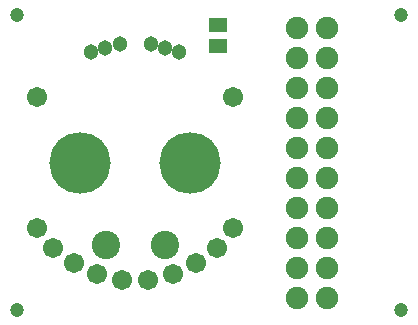
<source format=gbs>
%FSLAX25Y25*%
%MOIN*%
G70*
G01*
G75*
G04 Layer_Color=16711935*
%ADD10C,0.01000*%
%ADD11C,0.06693*%
%ADD12C,0.19685*%
%ADD13C,0.04331*%
%ADD14C,0.05906*%
%ADD15C,0.08661*%
%ADD16C,0.03937*%
%ADD17R,0.05512X0.04331*%
%ADD18C,0.00787*%
%ADD19C,0.00984*%
%ADD20C,0.01181*%
%ADD21C,0.07493*%
%ADD22C,0.20485*%
%ADD23C,0.05131*%
%ADD24C,0.06706*%
%ADD25C,0.09461*%
%ADD26C,0.04737*%
%ADD27R,0.06312X0.05131*%
D21*
X339646Y290276D02*
D03*
Y280276D02*
D03*
Y270276D02*
D03*
Y260276D02*
D03*
Y250276D02*
D03*
X329646D02*
D03*
Y260276D02*
D03*
Y270276D02*
D03*
Y280276D02*
D03*
Y290276D02*
D03*
Y340276D02*
D03*
Y330276D02*
D03*
Y320276D02*
D03*
Y310276D02*
D03*
Y300276D02*
D03*
X339646D02*
D03*
Y310276D02*
D03*
Y320276D02*
D03*
Y330276D02*
D03*
Y340276D02*
D03*
D22*
X293898Y295276D02*
D03*
X257283D02*
D03*
D23*
X265650Y333370D02*
D03*
X285531D02*
D03*
X280701Y334664D02*
D03*
X290362Y332076D02*
D03*
X270480Y334664D02*
D03*
X260819Y332076D02*
D03*
D24*
X271299Y256142D02*
D03*
X279882D02*
D03*
X262933Y257992D02*
D03*
X288248D02*
D03*
X296024Y261811D02*
D03*
X255157D02*
D03*
X248366Y266850D02*
D03*
X302815D02*
D03*
X242854Y273425D02*
D03*
X308327D02*
D03*
X242854Y317126D02*
D03*
X308327D02*
D03*
D25*
X265748Y267717D02*
D03*
X285433D02*
D03*
D26*
X236221Y246063D02*
D03*
Y344488D02*
D03*
X364173D02*
D03*
Y246063D02*
D03*
D27*
X303150Y341043D02*
D03*
Y334154D02*
D03*
M02*

</source>
